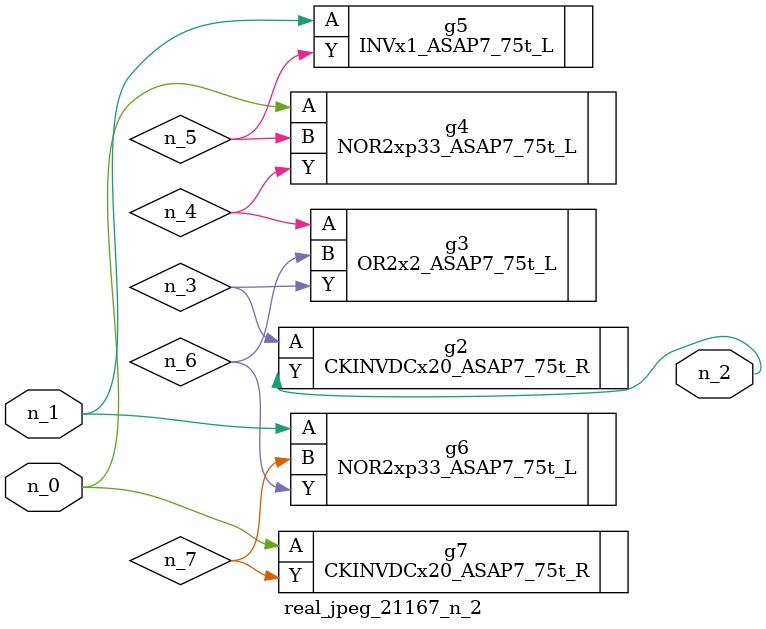
<source format=v>
module real_jpeg_21167_n_2 (n_1, n_0, n_2);

input n_1;
input n_0;

output n_2;

wire n_5;
wire n_4;
wire n_6;
wire n_7;
wire n_3;

NOR2xp33_ASAP7_75t_L g4 ( 
.A(n_0),
.B(n_5),
.Y(n_4)
);

CKINVDCx20_ASAP7_75t_R g7 ( 
.A(n_0),
.Y(n_7)
);

INVx1_ASAP7_75t_L g5 ( 
.A(n_1),
.Y(n_5)
);

NOR2xp33_ASAP7_75t_L g6 ( 
.A(n_1),
.B(n_7),
.Y(n_6)
);

CKINVDCx20_ASAP7_75t_R g2 ( 
.A(n_3),
.Y(n_2)
);

OR2x2_ASAP7_75t_L g3 ( 
.A(n_4),
.B(n_6),
.Y(n_3)
);


endmodule
</source>
